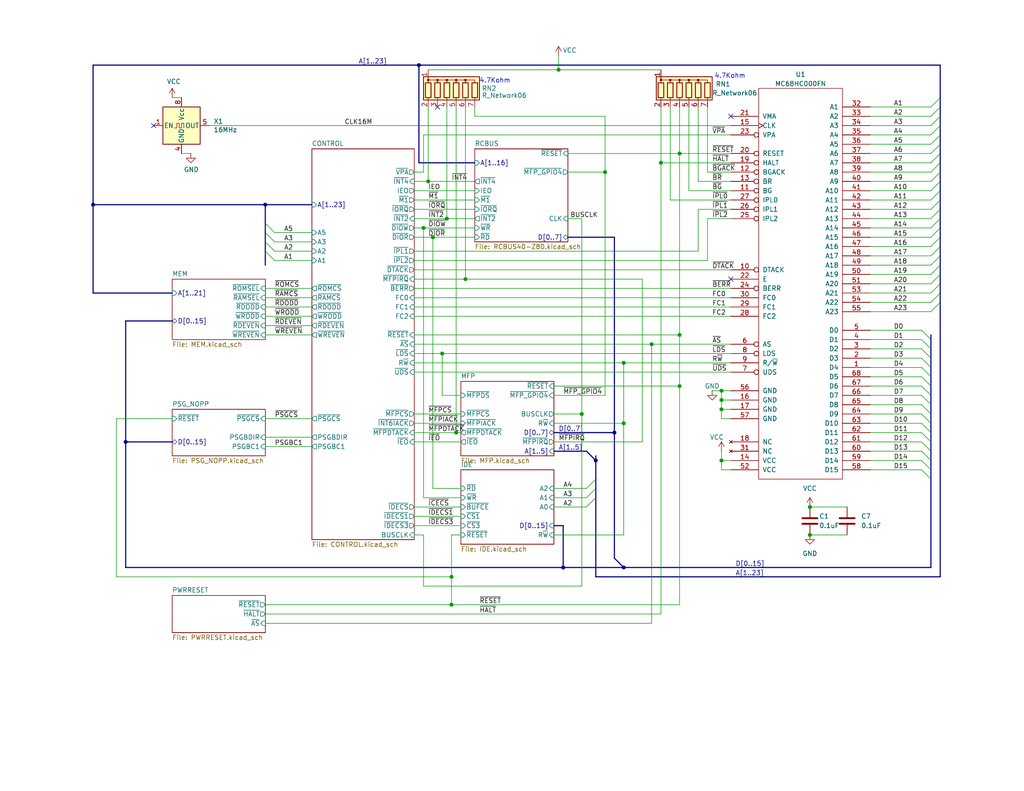
<source format=kicad_sch>
(kicad_sch (version 20231120) (generator "eeschema") (generator_version "8.0")
  (paper "A")
  (title_block (title "BITSY Mark I - An MC68000 Single Board Computer") (date "2025-06-12") (rev "V1B") (comment 1 "Licensed under CC-BY-SA-NC 4.0.") (comment 2 "https://github.com/codesmythe/BITSY_MK_I") (comment 3 "© 2025 Rob Gowin") (comment 4 "BITSY Mark I is a single board computer based around an MC68000 CPU."))
  (lib_symbols
    (symbol "Device:C" (pin_numbers hide) (pin_names (offset 0.254))
      (property "Reference" "C" (at 0.635 2.54 0))
      (property "Value" "C" (at 0.635 -2.54 0))
      (symbol "C_0_1"
        (polyline (pts (xy -2.032 -0.762) (xy 2.032 -0.762)) (stroke (width 0.508)))
        (polyline (pts (xy -2.032 0.762) (xy 2.032 0.762)) (stroke (width 0.508)))
      )
      (symbol "C_1_1"
        (pin passive line (at 0 3.81 270) (length 2.794) (name "~") (number "1"))
        (pin passive line (at 0 -3.81 90) (length 2.794) (name "~") (number "2"))
      )
    )
    (symbol "Device:R_Network06" (pin_names (offset 0) hide)
      (property "Reference" "RN" (at -10.16 0 90))
      (property "Value" "R_Network06" (at 7.62 0 90))
      (symbol "R_Network06_0_1"
        (rectangle (start -8.89 -3.175) (end 6.35 3.175) (stroke (width 0.254)) (fill (type background)))
        (rectangle (start -8.382 1.524) (end -6.858 -2.54) (stroke (width 0.254)))
        (circle (center -7.62 2.286) (radius 0.254) (fill (type outline)))
        (rectangle (start -5.842 1.524) (end -4.318 -2.54) (stroke (width 0.254)))
        (circle (center -5.08 2.286) (radius 0.254) (fill (type outline)))
        (rectangle (start -3.302 1.524) (end -1.778 -2.54) (stroke (width 0.254)))
        (circle (center -2.54 2.286) (radius 0.254) (fill (type outline)))
        (rectangle (start -0.762 1.524) (end 0.762 -2.54) (stroke (width 0.254)))
        (polyline (pts (xy -7.62 -2.54) (xy -7.62 -3.81)))
        (polyline (pts (xy -5.08 -2.54) (xy -5.08 -3.81)))
        (polyline (pts (xy -2.54 -2.54) (xy -2.54 -3.81)))
        (polyline (pts (xy 0 -2.54) (xy 0 -3.81)))
        (polyline (pts (xy 2.54 -2.54) (xy 2.54 -3.81)))
        (polyline (pts (xy 5.08 -2.54) (xy 5.08 -3.81)))
        (polyline (pts (xy -7.62 1.524) (xy -7.62 2.286) (xy -5.08 2.286) (xy -5.08 1.524)))
        (polyline (pts (xy -5.08 1.524) (xy -5.08 2.286) (xy -2.54 2.286) (xy -2.54 1.524)))
        (polyline (pts (xy -2.54 1.524) (xy -2.54 2.286) (xy 0 2.286) (xy 0 1.524)))
        (polyline (pts (xy 0 1.524) (xy 0 2.286) (xy 2.54 2.286) (xy 2.54 1.524)))
        (polyline (pts (xy 2.54 1.524) (xy 2.54 2.286) (xy 5.08 2.286) (xy 5.08 1.524)))
        (circle (center 0 2.286) (radius 0.254) (fill (type outline)))
        (rectangle (start 1.778 1.524) (end 3.302 -2.54) (stroke (width 0.254)))
        (circle (center 2.54 2.286) (radius 0.254) (fill (type outline)))
        (rectangle (start 4.318 1.524) (end 5.842 -2.54) (stroke (width 0.254)))
      )
      (symbol "R_Network06_1_1"
        (pin passive line (at -7.62 5.08 270) (length 2.54) (name "common") (number "1"))
        (pin passive line (at -7.62 -5.08 90) (length 1.27) (name "R1") (number "2"))
        (pin passive line (at -5.08 -5.08 90) (length 1.27) (name "R2") (number "3"))
        (pin passive line (at -2.54 -5.08 90) (length 1.27) (name "R3") (number "4"))
        (pin passive line (at 0 -5.08 90) (length 1.27) (name "R4") (number "5"))
        (pin passive line (at 2.54 -5.08 90) (length 1.27) (name "R5") (number "6"))
        (pin passive line (at 5.08 -5.08 90) (length 1.27) (name "R6") (number "7"))
      )
    )
    (symbol "Motorola:MC68HC000FN" (pin_names (offset 1.016))
      (property "Reference" "U" (at 0 -2.54 0))
      (property "Value" "MC68HC000FN" (at 0 55.88 0))
      (symbol "MC68HC000FN_0_0"
        (pin output line (at -19.05 46.99 0) (length 7.62) (name "VMA") (number "21"))
        (pin output line (at -19.05 2.54 0) (length 7.62) (name "E") (number "22"))
      )
      (symbol "MC68HC000FN_1_0"
        (rectangle (start -11.43 -52.07) (end 11.43 54.61))
      )
      (symbol "MC68HC000FN_1_1"
        (pin bidirectional line (at 19.05 -21.59 180) (length 7.62) (name "D4") (number "1"))
        (pin input inverted (at -19.05 5.08 0) (length 7.62) (name "DTACK") (number "10"))
        (pin output inverted (at -19.05 26.67 0) (length 7.62) (name "BG") (number "11"))
        (pin input inverted (at -19.05 31.75 0) (length 7.62) (name "BGACK") (number "12"))
        (pin input inverted (at -19.05 29.21 0) (length 7.62) (name "BR") (number "13"))
        (pin power_in line (at -19.05 -46.99 0) (length 7.62) (name "VCC") (number "14"))
        (pin input clock (at -19.05 44.45 0) (length 7.62) (name "CLK") (number "15"))
        (pin power_in line (at -19.05 -30.48 0) (length 7.62) (name "GND") (number "16"))
        (pin power_in line (at -19.05 -33.02 0) (length 7.62) (name "GND") (number "17"))
        (pin no_connect line (at -19.05 -41.91 0) (length 7.62) (name "NC") (number "18"))
        (pin bidirectional inverted (at -19.05 34.29 0) (length 7.62) (name "HALT") (number "19"))
        (pin bidirectional line (at 19.05 -19.05 180) (length 7.62) (name "D3") (number "2"))
        (pin bidirectional inverted (at -19.05 36.83 0) (length 7.62) (name "RESET") (number "20"))
        (pin input inverted (at -19.05 41.91 0) (length 7.62) (name "VPA") (number "23"))
        (pin input inverted (at -19.05 0 0) (length 7.62) (name "BERR") (number "24"))
        (pin input inverted (at -19.05 19.05 0) (length 7.62) (name "IPL2") (number "25"))
        (pin input inverted (at -19.05 21.59 0) (length 7.62) (name "IPL1") (number "26"))
        (pin input inverted (at -19.05 24.13 0) (length 7.62) (name "IPL0") (number "27"))
        (pin output line (at -19.05 -7.62 0) (length 7.62) (name "FC2") (number "28"))
        (pin output line (at -19.05 -5.08 0) (length 7.62) (name "FC1") (number "29"))
        (pin bidirectional line (at 19.05 -16.51 180) (length 7.62) (name "D2") (number "3"))
        (pin output line (at -19.05 -2.54 0) (length 7.62) (name "FC0") (number "30"))
        (pin no_connect line (at -19.05 -44.45 0) (length 7.62) (name "NC") (number "31"))
        (pin output line (at 19.05 49.53 180) (length 7.62) (name "A1") (number "32"))
        (pin output line (at 19.05 46.99 180) (length 7.62) (name "A2") (number "33"))
        (pin output line (at 19.05 44.45 180) (length 7.62) (name "A3") (number "34"))
        (pin output line (at 19.05 41.91 180) (length 7.62) (name "A4") (number "35"))
        (pin output line (at 19.05 39.37 180) (length 7.62) (name "A5") (number "36"))
        (pin output line (at 19.05 36.83 180) (length 7.62) (name "A6") (number "37"))
        (pin output line (at 19.05 34.29 180) (length 7.62) (name "A7") (number "38"))
        (pin output line (at 19.05 31.75 180) (length 7.62) (name "A8") (number "39"))
        (pin bidirectional line (at 19.05 -13.97 180) (length 7.62) (name "D1") (number "4"))
        (pin output line (at 19.05 29.21 180) (length 7.62) (name "A9") (number "40"))
        (pin output line (at 19.05 26.67 180) (length 7.62) (name "A10") (number "41"))
        (pin output line (at 19.05 24.13 180) (length 7.62) (name "A11") (number "42"))
        (pin output line (at 19.05 21.59 180) (length 7.62) (name "A12") (number "43"))
        (pin output line (at 19.05 19.05 180) (length 7.62) (name "A13") (number "44"))
        (pin output line (at 19.05 16.51 180) (length 7.62) (name "A14") (number "45"))
        (pin output line (at 19.05 13.97 180) (length 7.62) (name "A15") (number "46"))
        (pin output line (at 19.05 11.43 180) (length 7.62) (name "A16") (number "47"))
        (pin output line (at 19.05 8.89 180) (length 7.62) (name "A17") (number "48"))
        (pin output line (at 19.05 6.35 180) (length 7.62) (name "A18") (number "49"))
        (pin bidirectional line (at 19.05 -11.43 180) (length 7.62) (name "D0") (number "5"))
        (pin output line (at 19.05 3.81 180) (length 7.62) (name "A19") (number "50"))
        (pin output line (at 19.05 1.27 180) (length 7.62) (name "A20") (number "51"))
        (pin power_in line (at -19.05 -49.53 0) (length 7.62) (name "VCC") (number "52"))
        (pin output line (at 19.05 -1.27 180) (length 7.62) (name "A21") (number "53"))
        (pin output line (at 19.05 -3.81 180) (length 7.62) (name "A22") (number "54"))
        (pin output line (at 19.05 -6.35 180) (length 7.62) (name "A23") (number "55"))
        (pin power_in line (at -19.05 -27.94 0) (length 7.62) (name "GND") (number "56"))
        (pin power_in line (at -19.05 -35.56 0) (length 7.62) (name "GND") (number "57"))
        (pin bidirectional line (at 19.05 -49.53 180) (length 7.62) (name "D15") (number "58"))
        (pin bidirectional line (at 19.05 -46.99 180) (length 7.62) (name "D14") (number "59"))
        (pin output inverted (at -19.05 -15.24 0) (length 7.62) (name "AS") (number "6"))
        (pin bidirectional line (at 19.05 -44.45 180) (length 7.62) (name "D13") (number "60"))
        (pin bidirectional line (at 19.05 -41.91 180) (length 7.62) (name "D12") (number "61"))
        (pin bidirectional line (at 19.05 -39.37 180) (length 7.62) (name "D11") (number "62"))
        (pin bidirectional line (at 19.05 -36.83 180) (length 7.62) (name "D10") (number "63"))
        (pin bidirectional line (at 19.05 -34.29 180) (length 7.62) (name "D9") (number "64"))
        (pin bidirectional line (at 19.05 -31.75 180) (length 7.62) (name "D8") (number "65"))
        (pin bidirectional line (at 19.05 -29.21 180) (length 7.62) (name "D7") (number "66"))
        (pin bidirectional line (at 19.05 -26.67 180) (length 7.62) (name "D6") (number "67"))
        (pin bidirectional line (at 19.05 -24.13 180) (length 7.62) (name "D5") (number "68"))
        (pin output inverted (at -19.05 -22.86 0) (length 7.62) (name "UDS") (number "7"))
        (pin output inverted (at -19.05 -17.78 0) (length 7.62) (name "LDS") (number "8"))
        (pin output line (at -19.05 -20.32 0) (length 7.62) (name "R/~{W}") (number "9"))
      )
    )
    (symbol "Oscillator:CXO_DIP8" (pin_names (offset 0.254))
      (property "Reference" "Y" (at -5.08 6.35 0))
      (property "Value" "CXO_DIP8" (at 1.27 -6.35 0))
      (symbol "CXO_DIP8_0_1"
        (rectangle (start -5.08 5.08) (end 5.08 -5.08) (stroke (width 0.254)) (fill (type background)))
        (polyline (pts (xy -1.905 -0.635) (xy -1.27 -0.635) (xy -1.27 0.635) (xy -0.635 0.635) (xy -0.635 -0.635) (xy 0 -0.635) (xy 0 0.635) (xy 0.635 0.635) (xy 0.635 -0.635)))
      )
      (symbol "CXO_DIP8_1_1"
        (pin input line (at -7.62 0 0) (length 2.54) (name "EN") (number "1"))
        (pin power_in line (at 0 -7.62 90) (length 2.54) (name "GND") (number "4"))
        (pin output line (at 7.62 0 180) (length 2.54) (name "OUT") (number "5"))
        (pin power_in line (at 0 7.62 270) (length 2.54) (name "Vcc") (number "8"))
      )
    )
    (symbol "power:GND" (power) (pin_numbers hide) (pin_names (offset 0) hide)
      (property "Value" "GND" (at 0 -3.81 0))
      (symbol "GND_0_1"
        (polyline (pts (xy 0 0) (xy 0 -1.27) (xy 1.27 -1.27) (xy 0 -2.54) (xy -1.27 -1.27) (xy 0 -1.27)))
      )
      (symbol "GND_1_1"
        (pin power_in line (at 0 0 270) (length 0) (name "~") (number "1"))
      )
    )
    (symbol "power:VCC" (power) (pin_numbers hide) (pin_names (offset 0) hide)
      (property "Value" "VCC" (at 0 3.556 0))
      (symbol "VCC_0_1"
        (polyline (pts (xy -0.762 1.27) (xy 0 2.54)))
        (polyline (pts (xy 0 0) (xy 0 2.54)))
        (polyline (pts (xy 0 2.54) (xy 0.762 1.27)))
      )
      (symbol "VCC_1_1"
        (pin power_in line (at 0 0 90) (length 0) (name "~") (number "1"))
      )
    )
  )
  (junction (at 170.18 115.57))
  (junction (at 114.3 17.78))
  (junction (at 124.46 118.11))
  (junction (at 123.19 157.48))
  (junction (at 158.75 113.03))
  (junction (at 185.42 41.91))
  (junction (at 25.4 55.88))
  (junction (at 185.42 91.44))
  (junction (at 116.84 49.53))
  (junction (at 127 76.2))
  (junction (at 196.85 106.68))
  (junction (at 72.39 55.88))
  (junction (at 118.11 64.77))
  (junction (at 165.1 46.99))
  (junction (at 220.98 146.05))
  (junction (at 120.65 96.52))
  (junction (at 153.67 154.94))
  (junction (at 170.18 99.06))
  (junction (at 121.92 59.69))
  (junction (at 170.18 154.94))
  (junction (at 196.85 111.76))
  (junction (at 152.4 19.05))
  (junction (at 167.64 118.11))
  (junction (at 115.57 62.23))
  (junction (at 220.98 138.43))
  (junction (at 196.85 125.73))
  (junction (at 196.85 109.22))
  (junction (at 177.8 93.98))
  (junction (at 34.29 120.65))
  (junction (at 185.42 105.41))
  (junction (at 162.56 125.73))
  (junction (at 123.19 165.1))
  (junction (at 180.34 44.45))
  (no_connect (at 119.38 29.21))
  (no_connect (at 199.39 31.75))
  (no_connect (at 41.91 34.29))
  (no_connect (at 199.39 76.2))
  (bus_entry (at 254 34.29) (size 2.54 -2.54))
  (bus_entry (at 254 31.75) (size 2.54 -2.54))
  (bus_entry (at 254 62.23) (size 2.54 -2.54))
  (bus_entry (at 251.46 90.17) (size 2.54 2.54))
  (bus_entry (at 251.46 100.33) (size 2.54 2.54))
  (bus_entry (at 254 36.83) (size 2.54 -2.54))
  (bus_entry (at 72.39 63.5) (size 2.54 2.54))
  (bus_entry (at 251.46 120.65) (size 2.54 2.54))
  (bus_entry (at 254 74.93) (size 2.54 -2.54))
  (bus_entry (at 254 72.39) (size 2.54 -2.54))
  (bus_entry (at 254 82.55) (size 2.54 -2.54))
  (bus_entry (at 254 44.45) (size 2.54 -2.54))
  (bus_entry (at 251.46 92.71) (size 2.54 2.54))
  (bus_entry (at 251.46 118.11) (size 2.54 2.54))
  (bus_entry (at 251.46 97.79) (size 2.54 2.54))
  (bus_entry (at 254 52.07) (size 2.54 -2.54))
  (bus_entry (at 254 41.91) (size 2.54 -2.54))
  (bus_entry (at 254 54.61) (size 2.54 -2.54))
  (bus_entry (at 251.46 128.27) (size 2.54 2.54))
  (bus_entry (at 251.46 125.73) (size 2.54 2.54))
  (bus_entry (at 251.46 105.41) (size 2.54 2.54))
  (bus_entry (at 254 85.09) (size 2.54 -2.54))
  (bus_entry (at 251.46 102.87) (size 2.54 2.54))
  (bus_entry (at 254 46.99) (size 2.54 -2.54))
  (bus_entry (at 254 80.01) (size 2.54 -2.54))
  (bus_entry (at 254 57.15) (size 2.54 -2.54))
  (bus_entry (at 160.02 133.35) (size 2.54 -2.54))
  (bus_entry (at 72.39 66.04) (size 2.54 2.54))
  (bus_entry (at 254 39.37) (size 2.54 -2.54))
  (bus_entry (at 251.46 113.03) (size 2.54 2.54))
  (bus_entry (at 72.39 68.58) (size 2.54 2.54))
  (bus_entry (at 251.46 95.25) (size 2.54 2.54))
  (bus_entry (at 251.46 107.95) (size 2.54 2.54))
  (bus_entry (at 251.46 110.49) (size 2.54 2.54))
  (bus_entry (at 160.02 135.89) (size 2.54 -2.54))
  (bus_entry (at 251.46 123.19) (size 2.54 2.54))
  (bus_entry (at 254 64.77) (size 2.54 -2.54))
  (bus_entry (at 160.02 138.43) (size 2.54 -2.54))
  (bus_entry (at 254 59.69) (size 2.54 -2.54))
  (bus_entry (at 254 69.85) (size 2.54 -2.54))
  (bus_entry (at 254 29.21) (size 2.54 -2.54))
  (bus_entry (at 254 77.47) (size 2.54 -2.54))
  (bus_entry (at 72.39 60.96) (size 2.54 2.54))
  (bus_entry (at 254 67.31) (size 2.54 -2.54))
  (bus_entry (at 254 49.53) (size 2.54 -2.54))
  (bus_entry (at 251.46 115.57) (size 2.54 2.54))
  (bus (pts (xy 254 95.25) (xy 254 97.79)))
  (wire (pts (xy 123.19 165.1) (xy 185.42 165.1)))
  (wire (pts (xy 185.42 41.91) (xy 185.42 91.44)))
  (wire (pts (xy 129.54 29.21) (xy 129.54 31.75)))
  (wire (pts (xy 72.39 91.44) (xy 85.09 91.44)))
  (wire (pts (xy 193.04 59.69) (xy 199.39 59.69)))
  (wire (pts (xy 113.03 57.15) (xy 129.54 57.15)))
  (wire (pts (xy 190.5 57.15) (xy 199.39 57.15)))
  (bus (pts (xy 256.54 49.53) (xy 256.54 52.07)))
  (bus (pts (xy 256.54 36.83) (xy 256.54 39.37)))
  (wire (pts (xy 115.57 36.83) (xy 199.39 36.83)))
  (bus (pts (xy 151.13 143.51) (xy 153.67 143.51)))
  (bus (pts (xy 256.54 39.37) (xy 256.54 41.91)))
  (wire (pts (xy 237.49 128.27) (xy 251.46 128.27)))
  (bus (pts (xy 162.56 133.35) (xy 162.56 135.89)))
  (wire (pts (xy 237.49 62.23) (xy 254 62.23)))
  (wire (pts (xy 127 29.21) (xy 127 76.2)))
  (wire (pts (xy 151.13 115.57) (xy 170.18 115.57)))
  (wire (pts (xy 237.49 29.21) (xy 254 29.21)))
  (bus (pts (xy 151.13 118.11) (xy 167.64 118.11)))
  (bus (pts (xy 256.54 57.15) (xy 256.54 59.69)))
  (wire (pts (xy 237.49 44.45) (xy 254 44.45)))
  (wire (pts (xy 185.42 41.91) (xy 199.39 41.91)))
  (wire (pts (xy 196.85 125.73) (xy 199.39 125.73)))
  (wire (pts (xy 121.92 59.69) (xy 129.54 59.69)))
  (wire (pts (xy 120.65 96.52) (xy 199.39 96.52)))
  (wire (pts (xy 85.09 71.12) (xy 74.93 71.12)))
  (wire (pts (xy 121.92 29.21) (xy 121.92 59.69)))
  (wire (pts (xy 237.49 120.65) (xy 251.46 120.65)))
  (bus (pts (xy 256.54 17.78) (xy 256.54 26.67)))
  (wire (pts (xy 182.88 29.21) (xy 182.88 54.61)))
  (wire (pts (xy 237.49 34.29) (xy 254 34.29)))
  (wire (pts (xy 115.57 160.02) (xy 158.75 160.02)))
  (bus (pts (xy 167.64 118.11) (xy 167.64 152.4)))
  (wire (pts (xy 237.49 125.73) (xy 251.46 125.73)))
  (bus (pts (xy 256.54 69.85) (xy 256.54 72.39)))
  (wire (pts (xy 237.49 92.71) (xy 251.46 92.71)))
  (bus (pts (xy 256.54 26.67) (xy 256.54 29.21)))
  (bus (pts (xy 256.54 52.07) (xy 256.54 54.61)))
  (wire (pts (xy 116.84 29.21) (xy 116.84 49.53)))
  (bus (pts (xy 72.39 63.5) (xy 72.39 66.04)))
  (wire (pts (xy 196.85 109.22) (xy 196.85 106.68)))
  (bus (pts (xy 254 113.03) (xy 254 115.57)))
  (wire (pts (xy 237.49 64.77) (xy 254 64.77)))
  (wire (pts (xy 196.85 114.3) (xy 199.39 114.3)))
  (bus (pts (xy 256.54 46.99) (xy 256.54 49.53)))
  (wire (pts (xy 72.39 119.38) (xy 85.09 119.38)))
  (wire (pts (xy 165.1 46.99) (xy 165.1 107.95)))
  (wire (pts (xy 113.03 71.12) (xy 193.04 71.12)))
  (bus (pts (xy 25.4 55.88) (xy 25.4 80.01)))
  (wire (pts (xy 170.18 99.06) (xy 199.39 99.06)))
  (wire (pts (xy 180.34 44.45) (xy 199.39 44.45)))
  (bus (pts (xy 256.54 41.91) (xy 256.54 44.45)))
  (wire (pts (xy 124.46 118.11) (xy 125.73 118.11)))
  (wire (pts (xy 193.04 71.12) (xy 193.04 59.69)))
  (wire (pts (xy 123.19 157.48) (xy 123.19 165.1)))
  (wire (pts (xy 196.85 114.3) (xy 196.85 111.76)))
  (wire (pts (xy 196.85 125.73) (xy 196.85 128.27)))
  (wire (pts (xy 46.99 26.67) (xy 49.53 26.67)))
  (wire (pts (xy 85.09 66.04) (xy 74.93 66.04)))
  (wire (pts (xy 113.03 68.58) (xy 190.5 68.58)))
  (bus (pts (xy 114.3 17.78) (xy 256.54 17.78)))
  (wire (pts (xy 170.18 99.06) (xy 170.18 115.57)))
  (wire (pts (xy 237.49 46.99) (xy 254 46.99)))
  (wire (pts (xy 113.03 62.23) (xy 115.57 62.23)))
  (wire (pts (xy 113.03 64.77) (xy 118.11 64.77)))
  (wire (pts (xy 113.03 52.07) (xy 129.54 52.07)))
  (wire (pts (xy 113.03 59.69) (xy 121.92 59.69)))
  (bus (pts (xy 25.4 17.78) (xy 114.3 17.78)))
  (wire (pts (xy 113.03 49.53) (xy 116.84 49.53)))
  (wire (pts (xy 151.13 146.05) (xy 170.18 146.05)))
  (bus (pts (xy 162.56 130.81) (xy 162.56 133.35)))
  (bus (pts (xy 254 105.41) (xy 254 107.95)))
  (wire (pts (xy 113.03 99.06) (xy 170.18 99.06)))
  (wire (pts (xy 72.39 121.92) (xy 85.09 121.92)))
  (wire (pts (xy 237.49 110.49) (xy 251.46 110.49)))
  (wire (pts (xy 113.03 91.44) (xy 185.42 91.44)))
  (wire (pts (xy 127 76.2) (xy 175.26 76.2)))
  (wire (pts (xy 113.03 115.57) (xy 125.73 115.57)))
  (wire (pts (xy 237.49 67.31) (xy 254 67.31)))
  (wire (pts (xy 115.57 146.05) (xy 115.57 160.02)))
  (wire (pts (xy 118.11 64.77) (xy 118.11 133.35)))
  (wire (pts (xy 237.49 85.09) (xy 254 85.09)))
  (wire (pts (xy 113.03 146.05) (xy 115.57 146.05)))
  (wire (pts (xy 237.49 49.53) (xy 254 49.53)))
  (wire (pts (xy 185.42 105.41) (xy 185.42 91.44)))
  (bus (pts (xy 72.39 55.88) (xy 72.39 60.96)))
  (wire (pts (xy 237.49 80.01) (xy 254 80.01)))
  (bus (pts (xy 254 100.33) (xy 254 102.87)))
  (wire (pts (xy 165.1 31.75) (xy 165.1 46.99)))
  (wire (pts (xy 237.49 36.83) (xy 254 36.83)))
  (wire (pts (xy 116.84 19.05) (xy 152.4 19.05)))
  (bus (pts (xy 25.4 80.01) (xy 46.99 80.01)))
  (wire (pts (xy 237.49 107.95) (xy 251.46 107.95)))
  (wire (pts (xy 115.57 62.23) (xy 129.54 62.23)))
  (wire (pts (xy 182.88 54.61) (xy 199.39 54.61)))
  (wire (pts (xy 237.49 72.39) (xy 254 72.39)))
  (wire (pts (xy 113.03 76.2) (xy 127 76.2)))
  (bus (pts (xy 151.13 123.19) (xy 160.02 123.19)))
  (wire (pts (xy 49.53 41.91) (xy 52.07 41.91)))
  (wire (pts (xy 113.03 120.65) (xy 125.73 120.65)))
  (wire (pts (xy 113.03 93.98) (xy 177.8 93.98)))
  (wire (pts (xy 193.04 46.99) (xy 199.39 46.99)))
  (wire (pts (xy 237.49 115.57) (xy 251.46 115.57)))
  (wire (pts (xy 199.39 111.76) (xy 196.85 111.76)))
  (bus (pts (xy 256.54 54.61) (xy 256.54 57.15)))
  (wire (pts (xy 177.8 93.98) (xy 177.8 170.18)))
  (bus (pts (xy 254 128.27) (xy 254 130.81)))
  (wire (pts (xy 72.39 81.28) (xy 85.09 81.28)))
  (bus (pts (xy 254 125.73) (xy 254 128.27)))
  (wire (pts (xy 237.49 52.07) (xy 254 52.07)))
  (wire (pts (xy 199.39 101.6) (xy 113.03 101.6)))
  (wire (pts (xy 180.34 44.45) (xy 180.34 167.64)))
  (bus (pts (xy 162.56 135.89) (xy 162.56 157.48)))
  (wire (pts (xy 72.39 88.9) (xy 85.09 88.9)))
  (wire (pts (xy 113.03 81.28) (xy 199.39 81.28)))
  (wire (pts (xy 85.09 68.58) (xy 74.93 68.58)))
  (bus (pts (xy 72.39 68.58) (xy 72.39 72.39)))
  (wire (pts (xy 158.75 160.02) (xy 158.75 113.03)))
  (bus (pts (xy 254 110.49) (xy 254 113.03)))
  (wire (pts (xy 113.03 143.51) (xy 125.73 143.51)))
  (wire (pts (xy 151.13 135.89) (xy 160.02 135.89)))
  (wire (pts (xy 72.39 167.64) (xy 180.34 167.64)))
  (bus (pts (xy 256.54 59.69) (xy 256.54 62.23)))
  (wire (pts (xy 237.49 77.47) (xy 254 77.47)))
  (wire (pts (xy 185.42 29.21) (xy 185.42 41.91)))
  (bus (pts (xy 162.56 157.48) (xy 256.54 157.48)))
  (wire (pts (xy 152.4 15.24) (xy 152.4 19.05)))
  (wire (pts (xy 125.73 107.95) (xy 120.65 107.95)))
  (wire (pts (xy 72.39 78.74) (xy 85.09 78.74)))
  (wire (pts (xy 237.49 54.61) (xy 254 54.61)))
  (bus (pts (xy 254 107.95) (xy 254 110.49)))
  (wire (pts (xy 123.19 146.05) (xy 123.19 157.48)))
  (wire (pts (xy 154.94 46.99) (xy 165.1 46.99)))
  (bus (pts (xy 170.18 154.94) (xy 254 154.94)))
  (wire (pts (xy 175.26 76.2) (xy 175.26 120.65)))
  (wire (pts (xy 237.49 31.75) (xy 254 31.75)))
  (bus (pts (xy 254 115.57) (xy 254 118.11)))
  (bus (pts (xy 256.54 74.93) (xy 256.54 77.47)))
  (bus (pts (xy 254 120.65) (xy 254 123.19)))
  (wire (pts (xy 118.11 133.35) (xy 125.73 133.35)))
  (wire (pts (xy 190.5 68.58) (xy 190.5 57.15)))
  (bus (pts (xy 256.54 34.29) (xy 256.54 36.83)))
  (bus (pts (xy 72.39 55.88) (xy 25.4 55.88)))
  (wire (pts (xy 72.39 83.82) (xy 85.09 83.82)))
  (wire (pts (xy 115.57 135.89) (xy 125.73 135.89)))
  (wire (pts (xy 237.49 69.85) (xy 254 69.85)))
  (wire (pts (xy 237.49 118.11) (xy 251.46 118.11)))
  (bus (pts (xy 153.67 143.51) (xy 153.67 154.94)))
  (wire (pts (xy 31.75 114.3) (xy 46.99 114.3)))
  (wire (pts (xy 72.39 114.3) (xy 85.09 114.3)))
  (bus (pts (xy 256.54 31.75) (xy 256.54 34.29)))
  (wire (pts (xy 237.49 59.69) (xy 254 59.69)))
  (bus (pts (xy 254 91.44) (xy 254 92.71)))
  (bus (pts (xy 162.56 125.73) (xy 162.56 130.81)))
  (wire (pts (xy 237.49 97.79) (xy 251.46 97.79)))
  (wire (pts (xy 190.5 29.21) (xy 190.5 49.53)))
  (wire (pts (xy 237.49 41.91) (xy 254 41.91)))
  (wire (pts (xy 237.49 102.87) (xy 251.46 102.87)))
  (bus (pts (xy 25.4 17.78) (xy 25.4 55.88)))
  (wire (pts (xy 185.42 105.41) (xy 185.42 165.1)))
  (wire (pts (xy 123.19 157.48) (xy 31.75 157.48)))
  (wire (pts (xy 237.49 90.17) (xy 251.46 90.17)))
  (bus (pts (xy 34.29 120.65) (xy 34.29 154.94)))
  (wire (pts (xy 113.03 140.97) (xy 125.73 140.97)))
  (bus (pts (xy 256.54 64.77) (xy 256.54 67.31)))
  (bus (pts (xy 256.54 44.45) (xy 256.54 46.99)))
  (wire (pts (xy 187.96 52.07) (xy 199.39 52.07)))
  (bus (pts (xy 254 130.81) (xy 254 154.94)))
  (wire (pts (xy 113.03 113.03) (xy 125.73 113.03)))
  (bus (pts (xy 129.54 44.45) (xy 114.3 44.45)))
  (wire (pts (xy 151.13 113.03) (xy 158.75 113.03)))
  (wire (pts (xy 57.15 34.29) (xy 199.39 34.29)))
  (bus (pts (xy 254 102.87) (xy 254 105.41)))
  (wire (pts (xy 72.39 170.18) (xy 177.8 170.18)))
  (bus (pts (xy 72.39 66.04) (xy 72.39 68.58)))
  (bus (pts (xy 256.54 77.47) (xy 256.54 80.01)))
  (wire (pts (xy 170.18 115.57) (xy 170.18 146.05)))
  (wire (pts (xy 154.94 41.91) (xy 185.42 41.91)))
  (bus (pts (xy 254 123.19) (xy 254 125.73)))
  (wire (pts (xy 115.57 62.23) (xy 115.57 135.89)))
  (wire (pts (xy 237.49 82.55) (xy 254 82.55)))
  (wire (pts (xy 113.03 86.36) (xy 199.39 86.36)))
  (wire (pts (xy 237.49 95.25) (xy 251.46 95.25)))
  (wire (pts (xy 177.8 93.98) (xy 199.39 93.98)))
  (bus (pts (xy 254 97.79) (xy 254 100.33)))
  (wire (pts (xy 113.03 138.43) (xy 125.73 138.43)))
  (wire (pts (xy 237.49 123.19) (xy 251.46 123.19)))
  (wire (pts (xy 113.03 78.74) (xy 199.39 78.74)))
  (wire (pts (xy 120.65 107.95) (xy 120.65 96.52)))
  (wire (pts (xy 151.13 107.95) (xy 165.1 107.95)))
  (wire (pts (xy 158.75 113.03) (xy 158.75 59.69)))
  (bus (pts (xy 154.94 64.77) (xy 167.64 64.77)))
  (wire (pts (xy 237.49 39.37) (xy 254 39.37)))
  (wire (pts (xy 113.03 46.99) (xy 115.57 46.99)))
  (bus (pts (xy 254 92.71) (xy 254 95.25)))
  (wire (pts (xy 193.04 29.21) (xy 193.04 46.99)))
  (bus (pts (xy 167.64 152.4) (xy 170.18 154.94)))
  (wire (pts (xy 180.34 29.21) (xy 180.34 44.45)))
  (wire (pts (xy 123.19 146.05) (xy 125.73 146.05)))
  (wire (pts (xy 129.54 31.75) (xy 165.1 31.75)))
  (wire (pts (xy 151.13 138.43) (xy 160.02 138.43)))
  (bus (pts (xy 72.39 60.96) (xy 72.39 63.5)))
  (wire (pts (xy 113.03 118.11) (xy 124.46 118.11)))
  (bus (pts (xy 160.02 123.19) (xy 162.56 125.73)))
  (bus (pts (xy 256.54 72.39) (xy 256.54 74.93)))
  (wire (pts (xy 196.85 123.19) (xy 196.85 125.73)))
  (wire (pts (xy 113.03 73.66) (xy 199.39 73.66)))
  (wire (pts (xy 124.46 29.21) (xy 124.46 118.11)))
  (wire (pts (xy 152.4 19.05) (xy 180.34 19.05)))
  (wire (pts (xy 196.85 128.27) (xy 199.39 128.27)))
  (wire (pts (xy 194.31 106.68) (xy 196.85 106.68)))
  (wire (pts (xy 237.49 57.15) (xy 254 57.15)))
  (wire (pts (xy 72.39 165.1) (xy 123.19 165.1)))
  (wire (pts (xy 31.75 114.3) (xy 31.75 157.48)))
  (wire (pts (xy 72.39 86.36) (xy 85.09 86.36)))
  (bus (pts (xy 256.54 29.21) (xy 256.54 31.75)))
  (wire (pts (xy 220.98 138.43) (xy 231.14 138.43)))
  (wire (pts (xy 118.11 64.77) (xy 129.54 64.77)))
  (wire (pts (xy 85.09 63.5) (xy 74.93 63.5)))
  (wire (pts (xy 196.85 109.22) (xy 199.39 109.22)))
  (wire (pts (xy 196.85 111.76) (xy 196.85 109.22)))
  (wire (pts (xy 237.49 113.03) (xy 251.46 113.03)))
  (bus (pts (xy 34.29 87.63) (xy 34.29 120.65)))
  (bus (pts (xy 167.64 118.11) (xy 167.64 64.77)))
  (wire (pts (xy 113.03 54.61) (xy 129.54 54.61)))
  (bus (pts (xy 256.54 80.01) (xy 256.54 82.55)))
  (wire (pts (xy 220.98 146.05) (xy 231.14 146.05)))
  (bus (pts (xy 256.54 67.31) (xy 256.54 69.85)))
  (bus (pts (xy 256.54 62.23) (xy 256.54 64.77)))
  (bus (pts (xy 162.56 124.46) (xy 162.56 125.73)))
  (wire (pts (xy 237.49 105.41) (xy 251.46 105.41)))
  (bus (pts (xy 34.29 87.63) (xy 46.99 87.63)))
  (wire (pts (xy 113.03 96.52) (xy 120.65 96.52)))
  (wire (pts (xy 187.96 29.21) (xy 187.96 52.07)))
  (bus (pts (xy 114.3 44.45) (xy 114.3 17.78)))
  (wire (pts (xy 113.03 83.82) (xy 199.39 83.82)))
  (wire (pts (xy 151.13 120.65) (xy 175.26 120.65)))
  (bus (pts (xy 72.39 55.88) (xy 85.09 55.88)))
  (bus (pts (xy 256.54 82.55) (xy 256.54 157.48)))
  (wire (pts (xy 116.84 49.53) (xy 129.54 49.53)))
  (wire (pts (xy 237.49 100.33) (xy 251.46 100.33)))
  (wire (pts (xy 115.57 36.83) (xy 115.57 46.99)))
  (wire (pts (xy 151.13 133.35) (xy 160.02 133.35)))
  (bus (pts (xy 34.29 120.65) (xy 46.99 120.65)))
  (bus (pts (xy 254 118.11) (xy 254 120.65)))
  (wire (pts (xy 158.75 59.69) (xy 154.94 59.69)))
  (wire (pts (xy 151.13 105.41) (xy 185.42 105.41)))
  (bus (pts (xy 153.67 154.94) (xy 34.29 154.94)))
  (bus (pts (xy 153.67 154.94) (xy 170.18 154.94)))
  (wire (pts (xy 190.5 49.53) (xy 199.39 49.53)))
  (wire (pts (xy 196.85 106.68) (xy 199.39 106.68)))
  (wire (pts (xy 237.49 74.93) (xy 254 74.93)))
  (text "4.7Kohm" (at 194.945 21.59 0) (effects (font (size 1.27 1.27)) (justify left bottom)))
  (text "4.7Kohm" (at 130.81 22.86 0) (effects (font (size 1.27 1.27)) (justify left bottom)))
  (label "A20" (at 243.84 77.47 0))
  (label "A2" (at 243.84 31.75 0))
  (label "A4" (at 243.84 36.83 0))
  (label "A1" (at 243.84 29.21 0))
  (label "~{IORQ}" (at 116.84 57.15 0))
  (label "D[0..15]" (at 200.66 154.94 0))
  (label "~{RDEVEN}" (at 74.93 88.9 0))
  (label "~{DIOW}" (at 116.84 62.23 0))
  (label "A11" (at 243.84 54.61 0))
  (label "A5" (at 77.47 63.5 0))
  (label "A14" (at 243.84 62.23 0))
  (label "~{DTACK}" (at 194.31 73.66 0))
  (label "D13" (at 243.84 123.19 0))
  (label "~{IEO}" (at 116.84 120.65 0))
  (label "A21" (at 243.84 80.01 0))
  (label "A3" (at 153.67 135.89 0))
  (label "A8" (at 243.84 46.99 0))
  (label "D4" (at 243.84 100.33 0))
  (label "A7" (at 243.84 44.45 0))
  (label "D6" (at 243.84 105.41 0))
  (label "D14" (at 243.84 125.73 0))
  (label "~{MFPDTACK}" (at 116.84 118.11 0))
  (label "D5" (at 243.84 102.87 0))
  (label "~{RDODD}" (at 74.93 83.82 0))
  (label "~{MFP_GPIO4}" (at 153.67 107.95 0))
  (label "A4" (at 153.67 133.35 0))
  (label "A2" (at 153.67 138.43 0))
  (label "~{RAMCS}" (at 74.93 81.28 0))
  (label "A22" (at 243.84 82.55 0))
  (label "FC0" (at 194.31 81.28 0))
  (label "FC1" (at 194.31 83.82 0))
  (label "A13" (at 243.84 59.69 0))
  (label "~{VPA}" (at 194.31 36.83 0))
  (label "D10" (at 243.84 115.57 0))
  (label "~{BR}" (at 194.31 49.53 0))
  (label "~{ROMCS}" (at 74.93 78.74 0))
  (label "~{INT4}" (at 123.19 49.53 0))
  (label "~{BGACK}" (at 194.31 46.99 0))
  (label "IEO" (at 116.84 52.07 0))
  (label "A5" (at 243.84 39.37 0))
  (label "~{WREVEN}" (at 74.93 91.44 0))
  (label "D12" (at 243.84 120.65 0))
  (label "A6" (at 243.84 41.91 0))
  (label "A10" (at 243.84 52.07 0))
  (label "~{BERR}" (at 194.31 78.74 0))
  (label "~{UDS}" (at 194.31 101.6 0))
  (label "PSGBC1" (at 74.93 121.92 0))
  (label "~{RESET}" (at 130.81 165.1 0))
  (label "~{HALT}" (at 130.81 167.64 0))
  (label "A18" (at 243.84 72.39 0))
  (label "A17" (at 243.84 69.85 0))
  (label "A19" (at 243.84 74.93 0))
  (label "A[1..23]" (at 200.66 157.48 0))
  (label "A12" (at 243.84 57.15 0))
  (label "D[0..7]" (at 152.4 118.11 0))
  (label "BUSCLK" (at 155.575 59.69 0))
  (label "A23" (at 243.84 85.09 0))
  (label "~{BG}" (at 194.31 52.07 0))
  (label "~{INT2}" (at 116.84 59.69 0))
  (label "D7" (at 243.84 107.95 0))
  (label "~{MFPIRQ}" (at 152.4 120.65 0))
  (label "~{IPL0}" (at 194.31 54.61 0))
  (label "~{LDS}" (at 194.31 96.52 0))
  (label "A15" (at 243.84 64.77 0))
  (label "A1" (at 77.47 71.12 0))
  (label "~{ICECS}" (at 116.84 138.43 0))
  (label "~{PSGCS}" (at 74.93 114.3 0))
  (label "D0" (at 243.84 90.17 0))
  (label "D3" (at 243.84 97.79 0))
  (label "~{DIOR}" (at 116.84 64.77 0))
  (label "A3" (at 243.84 34.29 0))
  (label "~{HALT}" (at 194.31 44.45 0))
  (label "A[1..5]" (at 152.4 123.19 0))
  (label "~{MFPIACK}" (at 116.84 115.57 0))
  (label "CLK16M" (at 93.98 34.29 0))
  (label "~{IDECS1}" (at 116.84 140.97 0))
  (label "~{MFPCS}" (at 116.84 113.03 0))
  (label "~{WRODD}" (at 74.93 86.36 0))
  (label "R~{W}" (at 194.31 99.06 0))
  (label "~{IPL1}" (at 194.31 57.15 0))
  (label "A[1..23]" (at 97.79 17.78 0))
  (label "D1" (at 243.84 92.71 0))
  (label "~{RESET}" (at 194.31 41.91 0))
  (label "A3" (at 77.47 66.04 0))
  (label "D15" (at 243.84 128.27 0))
  (label "D11" (at 243.84 118.11 0))
  (label "A16" (at 243.84 67.31 0))
  (label "D9" (at 243.84 113.03 0))
  (label "~{M1}" (at 116.84 54.61 0))
  (label "~{AS}" (at 194.31 93.98 0))
  (label "D2" (at 243.84 95.25 0))
  (label "~{IPL2}" (at 194.31 59.69 0))
  (label "A2" (at 77.47 68.58 0))
  (label "FC2" (at 194.31 86.36 0))
  (label "A9" (at 243.84 49.53 0))
  (label "D8" (at 243.84 110.49 0))
  (label "~{IDECS3}" (at 116.84 143.51 0))
  (symbol (lib_id "Oscillator:CXO_DIP8") (at 49.53 34.29 0) (unit 1)
    (property "Reference" "X1" (at 58.2676 33.1216 0) (effects (justify left)))
    (property "Value" "16MHz" (at 58.2676 35.433 0) (effects (justify left)))
    (property "Footprint" "Oscillator:Oscillator_DIP-8" (effects (hide yes)))
    (property "Datasheet" "http://cdn-reichelt.de/documents/datenblatt/B400/OSZI.pdf" (effects (hide yes)))
    (property "Description" "16 MHz can oscillator in 8-pin DIP" (effects (hide yes)))
    (property "PartNum00" "815-ACH-16-EK" (effects (hide yes)))
    (property "PartNum01" "535-1108800" (effects (hide yes)))
    (property "PartVendor00" "Mouser" (effects (hide yes)))
    (property "PartVendor01" "Mouser" (effects (hide yes)))
  )
  (symbol (lib_id "power:VCC") (at 196.85 123.19 0) (unit 1)
    (property "Reference" "#PWR0102" (effects (hide yes)))
    (property "Value" "VCC" (at 195.58 119.38 0))
    (property "Description" "Power symbol creates a global label with name \"VCC\"" (effects (hide yes)))
  )
  (symbol (lib_id "power:VCC") (at 46.99 26.67 0) (unit 1)
    (property "Reference" "#PWR0119" (effects (hide yes)))
    (property "Value" "VCC" (at 47.4218 22.2758 0))
    (property "Description" "Power symbol creates a global label with name \"VCC\"" (effects (hide yes)))
  )
  (symbol (lib_id "power:GND") (at 52.07 41.91 0) (unit 1)
    (property "Reference" "#PWR0120" (effects (hide yes)))
    (property "Value" "GND" (at 52.197 46.3042 0))
    (property "Description" "Power symbol creates a global label with name \"GND\" , ground" (effects (hide yes)))
  )
  (symbol (lib_id "power:GND") (at 194.31 106.68 0) (unit 1)
    (property "Reference" "#PWR0101" (effects (hide yes)))
    (property "Value" "GND" (at 194.31 105.41 0))
    (property "Description" "Power symbol creates a global label with name \"GND\" , ground" (effects (hide yes)))
  )
  (symbol (lib_id "Motorola:MC68HC000FN") (at 218.44 78.74 0) (unit 1)
    (property "Reference" "U1" (at 218.44 20.32 0))
    (property "Value" "MC68HC000FN" (at 218.44 22.86 0))
    (property "Footprint" "Package_LCC:PLCC-68_THT-Socket" (effects (hide yes)))
    (property "Datasheet" "DOCUMENTATION" (effects (hide yes)))
    (property "Description" "MC68HC000 CPU in PLCC-68, 20 MHz" (effects (hide yes)))
    (property "PartNum00" "MC68HC000FN20" (effects (hide yes)))
    (property "PartNum01" "575-682444" (effects (hide yes)))
    (property "PartVendor00" "eBay" (effects (hide yes)))
    (property "PartVendor01" "Mouser" (effects (hide yes)))
  )
  (symbol (lib_id "Device:R_Network06") (at 124.46 24.13 0) (unit 1)
    (property "Reference" "RN2" (at 131.445 24.13 0) (effects (justify left)))
    (property "Value" "R_Network06" (at 131.445 26.035 0) (effects (justify left)))
    (property "Footprint" "Resistor_THT:R_Array_SIP7" (effects (hide yes)))
    (property "Datasheet" "http://www.vishay.com/docs/31509/csc.pdf" (effects (hide yes)))
    (property "Description" "4.7K ohm bussed network, 6 resistors, 7 pins, SIP" (effects (hide yes)))
    (property "PartNum00" "652-4607X-1LF-4.7K" (effects (hide yes)))
    (property "PartVendor00" "Mouser" (effects (hide yes)))
  )
  (symbol (lib_id "Device:R_Network06") (at 187.96 24.13 0) (unit 1)
    (property "Reference" "RN1" (at 195.2752 22.9616 0) (effects (justify left)))
    (property "Value" "R_Network06" (at 194.31 25.4 0) (effects (justify left)))
    (property "Footprint" "Resistor_THT:R_Array_SIP7" (effects (hide yes)))
    (property "Datasheet" "http://www.vishay.com/docs/31509/csc.pdf" (effects (hide yes)))
    (property "Description" "4.7K ohm bussed network, 6 resistors, 7 pins, SIP" (effects (hide yes)))
    (property "PartNum00" "652-4607X-1LF-4.7K" (effects (hide yes)))
    (property "PartVendor00" "Mouser" (effects (hide yes)))
  )
  (symbol (lib_id "Device:C") (at 220.98 142.24 0) (unit 1)
    (property "Reference" "C1" (at 223.52 140.9699 0) (effects (justify left)))
    (property "Value" "0.1uF" (at 223.52 143.5099 0) (effects (justify left)))
    (property "Footprint" "Capacitor_THT:C_Rect_L7.0mm_W2.0mm_P5.00mm" (effects (hide yes)))
    (property "Description" "0.1 uF, MLCC, 5 mm Pitch" (effects (hide yes)))
    (property "PartNum00" "594-K104K15X7RF5TH5" (effects (hide yes)))
    (property "PartVendor00" "Mouser" (effects (hide yes)))
  )
  (symbol (lib_id "Device:C") (at 231.14 142.24 0) (unit 1)
    (property "Reference" "C7" (at 234.95 140.9699 0) (effects (justify left)))
    (property "Value" "0.1uF" (at 234.95 143.5099 0) (effects (justify left)))
    (property "Footprint" "Capacitor_THT:C_Rect_L7.0mm_W2.0mm_P5.00mm" (effects (hide yes)))
    (property "Description" "0.1 uF, MLCC, 5 mm Pitch" (effects (hide yes)))
    (property "PartNum00" "594-K104K15X7RF5TH5" (effects (hide yes)))
    (property "PartVendor00" "Mouser" (effects (hide yes)))
  )
  (symbol (lib_id "power:VCC") (at 152.4 15.24 0) (unit 1)
    (property "Reference" "#PWR5" (effects (hide yes)))
    (property "Value" "VCC" (at 155.448 13.716 0))
    (property "Description" "Power symbol creates a global label with name \"VCC\"" (effects (hide yes)))
  )
  (symbol (lib_id "power:GND") (at 220.98 146.05 0) (unit 1)
    (property "Reference" "#PWR4" (effects (hide yes)))
    (property "Value" "GND" (at 220.98 151.13 0))
    (property "Description" "Power symbol creates a global label with name \"GND\" , ground" (effects (hide yes)))
  )
  (symbol (lib_id "power:VCC") (at 220.98 138.43 0) (unit 1)
    (property "Reference" "#PWR3" (effects (hide yes)))
    (property "Value" "VCC" (at 220.98 133.35 0))
    (property "Description" "Power symbol creates a global label with name \"VCC\"" (effects (hide yes)))
  )
  (sheet (at 129.54 40.64) (size 25.4 25.4)
    (property "Sheetname" "RCBUS" (at 129.54 39.9284 0) (effects (justify left bottom)))
    (property "Sheetfile" "RCBUS40-Z80.kicad_sch" (at 129.54 66.6246 0) (effects (justify left top)))
    (pin "D[0..7]" bidirectional (at 154.94 64.77 0))
    (pin "~{IORQ}" input (at 129.54 57.15 180))
    (pin "~{RD}" input (at 129.54 64.77 180))
    (pin "~{WR}" input (at 129.54 62.23 180))
    (pin "~{RESET}" input (at 154.94 41.91 0))
    (pin "~{M1}" input (at 129.54 54.61 180))
    (pin "CLK" input (at 154.94 59.69 0))
    (pin "~{MFP_GPIO4}" output (at 154.94 46.99 0))
    (pin "~{INT4}" output (at 129.54 49.53 180))
    (pin "~{INT2}" output (at 129.54 59.69 180))
    (pin "IEO" input (at 129.54 52.07 180))
    (pin "A[1..16]" input (at 129.54 44.45 180))
  )
  (sheet (at 46.99 111.76) (size 25.4 12.7)
    (property "Sheetname" "PSG_NOPP" (at 46.99 111.0484 0) (effects (justify left bottom)))
    (property "Sheetfile" "PSG_NOPP.kicad_sch" (at 46.99 125.0446 0) (effects (justify left top)))
    (pin "~{RESET}" input (at 46.99 114.3 180))
    (pin "PSGBDIR" input (at 72.39 119.38 0))
    (pin "PSGBC1" input (at 72.39 121.92 0))
    (pin "~{PSGCS}" input (at 72.39 114.3 0))
    (pin "D[0..15]" bidirectional (at 46.99 120.65 180))
  )
  (sheet (at 125.73 104.14) (size 25.4 20.32)
    (property "Sheetname" "MFP" (at 125.73 103.4284 0) (effects (justify left bottom)))
    (property "Sheetfile" "MFP.kicad_sch" (at 125.73 125.0446 0) (effects (justify left top)))
    (pin "~{MFPCS}" input (at 125.73 113.03 180))
    (pin "~{MFPDS}" input (at 125.73 107.95 180))
    (pin "R~{W}" input (at 151.13 115.57 0))
    (pin "~{MFPDTACK}" output (at 125.73 118.11 180))
    (pin "~{MFPIRQ}" output (at 151.13 120.65 0))
    (pin "~{MFPIACK}" input (at 125.73 115.57 180))
    (pin "~{RESET}" input (at 151.13 105.41 0))
    (pin "D[0..7]" bidirectional (at 151.13 118.11 0))
    (pin "A[1..5]" input (at 151.13 123.19 0))
    (pin "~{IEO}" output (at 125.73 120.65 180))
    (pin "BUSCLK" output (at 151.13 113.03 0))
    (pin "~{MFP_GPIO4}" input (at 151.13 107.95 0))
  )
  (sheet (at 46.99 76.2) (size 25.4 16.51)
    (property "Sheetname" "MEM" (at 46.99 75.4884 0) (effects (justify left bottom)))
    (property "Sheetfile" "MEM.kicad_sch" (at 46.99 93.2946 0) (effects (justify left top)))
    (pin "~{RAMSEL}" input (at 72.39 81.28 0))
    (pin "~{RDODD}" input (at 72.39 83.82 0))
    (pin "~{WRODD}" input (at 72.39 86.36 0))
    (pin "D[0..15]" tri_state (at 46.99 87.63 180))
    (pin "~{RDEVEN}" input (at 72.39 88.9 0))
    (pin "~{WREVEN}" input (at 72.39 91.44 0))
    (pin "~{ROMSEL}" input (at 72.39 78.74 0))
    (pin "A[1..21]" input (at 46.99 80.01 180))
  )
  (sheet (at 125.73 128.27) (size 25.4 20.32)
    (property "Sheetname" "IDE" (at 125.73 127.5584 0) (effects (justify left bottom)))
    (property "Sheetfile" "IDE.kicad_sch" (at 125.73 149.1746 0) (effects (justify left top)))
    (pin "~{RESET}" input (at 125.73 146.05 180))
    (pin "~{WR}" input (at 125.73 135.89 180))
    (pin "~{RD}" input (at 125.73 133.35 180))
    (pin "A2" input (at 151.13 133.35 0))
    (pin "A1" input (at 151.13 135.89 0))
    (pin "A0" input (at 151.13 138.43 0))
    (pin "~{BUFCE}" input (at 125.73 138.43 180))
    (pin "D[0..15]" input (at 151.13 143.51 0))
    (pin "R~{W}" input (at 151.13 146.05 0))
    (pin "~{CS1}" input (at 125.73 140.97 180))
    (pin "~{CS3}" input (at 125.73 143.51 180))
  )
  (sheet (at 85.09 40.64) (size 27.94 106.68)
    (property "Sheetname" "CONTROL" (at 85.09 39.9284 0) (effects (justify left bottom)))
    (property "Sheetfile" "CONTROL.kicad_sch" (at 85.09 147.9046 0) (effects (justify left top)))
    (pin "~{MFPCS}" output (at 113.03 113.03 0))
    (pin "~{ROMCS}" output (at 85.09 78.74 180))
    (pin "~{RAMCS}" output (at 85.09 81.28 180))
    (pin "~{RESET}" input (at 113.03 91.44 0))
    (pin "~{AS}" input (at 113.03 93.98 0))
    (pin "R~{W}" input (at 113.03 99.06 0))
    (pin "FC2" input (at 113.03 86.36 0))
    (pin "FC1" input (at 113.03 83.82 0))
    (pin "FC0" input (at 113.03 81.28 0))
    (pin "~{DTACK}" output (at 113.03 73.66 0))
    (pin "~{IDECS1}" output (at 113.03 140.97 0))
    (pin "~{IDECS3}" output (at 113.03 143.51 0))
    (pin "~{DIOW}" output (at 113.03 62.23 0))
    (pin "~{DIOR}" output (at 113.03 64.77 0))
    (pin "A5" input (at 85.09 63.5 180))
    (pin "~{BERR}" output (at 113.03 78.74 0))
    (pin "A1" input (at 85.09 71.12 180))
    (pin "A2" input (at 85.09 68.58 180))
    (pin "A3" input (at 85.09 66.04 180))
    (pin "PSGBC1" output (at 85.09 121.92 180))
    (pin "~{IORQ}" output (at 113.03 57.15 0))
    (pin "~{PSGCS}" output (at 85.09 114.3 180))
    (pin "~{RDODD}" output (at 85.09 83.82 180))
    (pin "~{WRODD}" output (at 85.09 86.36 180))
    (pin "~{LDS}" input (at 113.03 96.52 0))
    (pin "~{UDS}" input (at 113.03 101.6 0))
    (pin "~{WREVEN}" output (at 85.09 91.44 180))
    (pin "~{RDEVEN}" output (at 85.09 88.9 180))
    (pin "~{IDECS}" output (at 113.03 138.43 0))
    (pin "~{INT6IACK}" output (at 113.03 115.57 0))
    (pin "~{MFPDTACK}" input (at 113.03 118.11 0))
    (pin "BUSCLK" input (at 113.03 146.05 0))
    (pin "~{M1}" output (at 113.03 54.61 0))
    (pin "A[1..23]" input (at 85.09 55.88 180))
    (pin "~{IPL2}" output (at 113.03 71.12 0))
    (pin "~{IPL1}" output (at 113.03 68.58 0))
    (pin "~{VPA}" output (at 113.03 46.99 0))
    (pin "~{MFPIRQ}" input (at 113.03 76.2 0))
    (pin "~{INT4}" input (at 113.03 49.53 0))
    (pin "~{INT2}" input (at 113.03 59.69 0))
    (pin "IEO" output (at 113.03 52.07 0))
    (pin "~{IEO}" input (at 113.03 120.65 0))
    (pin "PSGBDIR" output (at 85.09 119.38 180))
  )
  (sheet (at 46.99 162.56) (size 25.4 10.16)
    (property "Sheetname" "PWRRESET" (at 46.99 161.8484 0) (effects (justify left bottom)))
    (property "Sheetfile" "PWRRESET.kicad_sch" (at 46.99 173.3046 0) (effects (justify left top)))
    (pin "~{RESET}" output (at 72.39 165.1 0))
    (pin "~{HALT}" output (at 72.39 167.64 0))
    (pin "~{AS}" input (at 72.39 170.18 0))
  )
)
</source>
